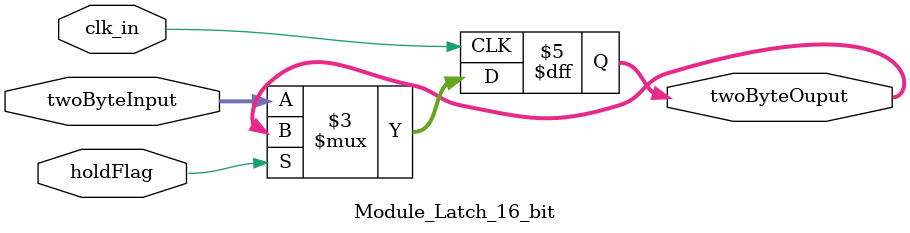
<source format=v>
/*******************************/
/*** Module_FrequencyDivider ***/
/*******************************/

module	Module_FrequencyDivider	(	clk_in,
					period,

					clk_out);

input		clk_in;
input	[29:0]	period;

output		clk_out;

reg		clk_out;

reg	[29:0]	counter;

always @(posedge clk_in) begin
	if (counter >= (period - 1)) begin
		counter <= 0;
		clk_out <= ~clk_out;
	end else
		counter <= counter + 1;
end

endmodule

/****************************/
/*** Module_Counter_8_bit ***/
/****************************/
// I comment this Module_Counter_8_bit
// because the other does no have the non blocking assignments.
/*
module	Module_Counter_8_bit	(	clk_in,
					limit,

					out,
					carry);

input		clk_in;
input	[7:0]	limit;

output	[7:0]	out;
output		carry;

reg	[7:0]	out;
reg		carry;

always @(posedge clk_in) begin
	if (out >= (limit - 8'b00000001)) begin
		out <= 0;
		carry <= 1;
	end else if (out == 0) begin
		out <= 1;
		carry <= 0;
	end else
		out <= out + 1;
end

endmodule */

/**************************************/
/*** Module_SynchroCounter_8_bit_SR ***/
/**************************************/

module	Module_SynchroCounter_8_bit_SR	(	qzt_clk,
						clk_in,
						reset,
						set,
						presetValue,
						limit,

						out,
						carry);

input		qzt_clk;
input		clk_in;
input		reset;
input		set;
input	[7:0]	presetValue;
input	[7:0]	limit;

output	[7:0]	out;
output		carry;

reg	[7:0]	out;
reg		carry;

reg		clk_in_old;


always @(posedge qzt_clk) begin
	if (reset) begin
		out <= 0;
		carry <= 0;
	end else if (set) begin
		out <= presetValue;
		carry <= 0;
	end else if (!clk_in_old & clk_in) begin
		if (out >= (limit - 8'b00000001)) begin
			out <= 0;
			carry <= 1;
		end else if (out == 0) begin
			out <= 1;
			carry <= 0;
		end else
			out <= out + 1;
	end

	clk_in_old <= clk_in;
end

endmodule

/*********************************************/
/*** Module_Multiplexer_2_input_8_bit_sync ***/
/*********************************************/

module	Module_Multiplexer_2_input_8_bit_sync	(	clk_in,
							address,
							input_0,
							input_1,

							mux_output);

input		clk_in;
input		address;
input	[7:0]	input_0;
input	[7:0]	input_1;

output	[7:0]	mux_output;

reg	[7:0]	mux_output;

always @(posedge clk_in) begin
	mux_output <= (address)? input_1 : input_0;
end

endmodule

/*****************************/
/*** Module_MonostableHold ***/
/*****************************/

`define		defaultN 	28'b0000000011110100001001000000	//	10^6 ===> 20 ms

module Module_Monostable	(	clk_in,
					monostable_input,
					N,

					monostable_output);

input		clk_in;
input		monostable_input;
input	[27:0]	N;

output		monostable_output;

reg		monostable_output;

reg		monostable_input_old;
reg 	[27:0]	counter;

always @(posedge clk_in) begin
	if (counter == 0) begin
		if (!monostable_input_old & monostable_input) begin
			counter <= ((N)? N : `defaultN) - 1;
			monostable_output <= 1;
		end else
			monostable_output <= 0;
	end else
		counter <= counter - 1;

	monostable_input_old <= monostable_input;
end

endmodule

/**********************************/
/*** Module_ToggleFlipFlop_sync ***/
/**********************************/

module Module_ToggleFlipFlop	(	clk_in,
					ff_input,

					ff_output);

input		clk_in;
input		ff_input;

output		ff_output;

reg		ff_output;

reg		ff_input_previous;

always @(posedge clk_in) begin
	if (!ff_input_previous & ff_input) begin
		ff_output <= ~ff_output;
	end

	ff_input_previous <= ff_input;
end

endmodule

/***************************/
/*** Module_Latch_16_bit ***/
/***************************/

module	Module_Latch_16_bit	(	clk_in,
					holdFlag,
					twoByteInput,

					twoByteOuput);

input		clk_in;
input		holdFlag;
input	[15:0]	twoByteInput;

output	[15:0]	twoByteOuput;

reg	[15:0]	twoByteOuput;


always @(posedge clk_in) begin
	if (!holdFlag) twoByteOuput <= twoByteInput;
end

endmodule

</source>
